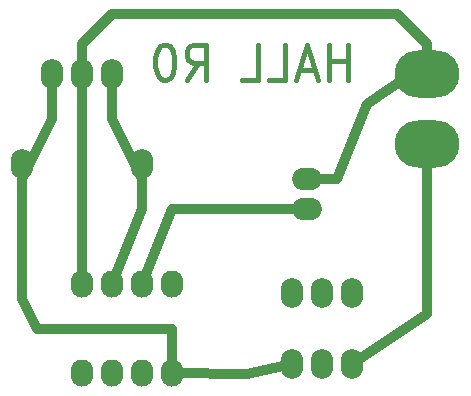
<source format=gbr>
G04 #@! TF.GenerationSoftware,KiCad,Pcbnew,(5.1.5-0)*
G04 #@! TF.CreationDate,2020-01-22T15:03:36-08:00*
G04 #@! TF.ProjectId,pcb_WslotPLAY,7063625f-5773-46c6-9f74-504c41592e6b,0*
G04 #@! TF.SameCoordinates,PX31a8670PY4fefde0*
G04 #@! TF.FileFunction,Copper,L2,Bot*
G04 #@! TF.FilePolarity,Positive*
%FSLAX46Y46*%
G04 Gerber Fmt 4.6, Leading zero omitted, Abs format (unit mm)*
G04 Created by KiCad (PCBNEW (5.1.5-0)) date 2020-01-22 15:03:36*
%MOMM*%
%LPD*%
G04 APERTURE LIST*
%ADD10C,0.400000*%
%ADD11O,5.500000X4.000000*%
%ADD12O,1.900000X2.300000*%
%ADD13O,1.900000X2.500000*%
%ADD14O,2.500000X1.900000*%
%ADD15C,0.813000*%
G04 APERTURE END LIST*
D10*
X36411333Y28665658D02*
X36411333Y31665658D01*
X36411333Y30237086D02*
X34811333Y30237086D01*
X34811333Y28665658D02*
X34811333Y31665658D01*
X33611333Y29522800D02*
X32278000Y29522800D01*
X33878000Y28665658D02*
X32944666Y31665658D01*
X32011333Y28665658D01*
X29744666Y28665658D02*
X31078000Y28665658D01*
X31078000Y31665658D01*
X27478000Y28665658D02*
X28811333Y28665658D01*
X28811333Y31665658D01*
X22811333Y28665658D02*
X23744666Y30094229D01*
X24411333Y28665658D02*
X24411333Y31665658D01*
X23344666Y31665658D01*
X23078000Y31522800D01*
X22944666Y31379943D01*
X22811333Y31094229D01*
X22811333Y30665658D01*
X22944666Y30379943D01*
X23078000Y30237086D01*
X23344666Y30094229D01*
X24411333Y30094229D01*
X21078000Y31665658D02*
X20811333Y31665658D01*
X20544666Y31522800D01*
X20411333Y31379943D01*
X20278000Y31094229D01*
X20144666Y30522800D01*
X20144666Y29808515D01*
X20278000Y29237086D01*
X20411333Y28951372D01*
X20544666Y28808515D01*
X20811333Y28665658D01*
X21078000Y28665658D01*
X21344666Y28808515D01*
X21478000Y28951372D01*
X21611333Y29237086D01*
X21744666Y29808515D01*
X21744666Y30522800D01*
X21611333Y31094229D01*
X21478000Y31379943D01*
X21344666Y31522800D01*
X21078000Y31665658D01*
D11*
X43180000Y29210000D03*
X43180000Y23210000D03*
D12*
X13970000Y11380000D03*
X13970000Y3860000D03*
X16510000Y11380000D03*
X16510000Y3860000D03*
X19050000Y11380000D03*
X19050000Y3860000D03*
X21590000Y11380000D03*
X21590000Y3860000D03*
D13*
X36830000Y4620000D03*
X36830000Y10620000D03*
X34290000Y4620000D03*
X34290000Y10620000D03*
X31750000Y4620000D03*
X31750000Y10620000D03*
D14*
X33020000Y17780000D03*
X33020000Y20320000D03*
D13*
X8890000Y21590000D03*
X19050000Y21590000D03*
X11430000Y29210000D03*
X13970000Y29210000D03*
X16510000Y29210000D03*
D15*
X43180000Y28860000D02*
X43180000Y31750000D01*
X43180000Y31750000D02*
X40640000Y34290000D01*
X40640000Y34290000D02*
X16510000Y34290000D01*
X16510000Y34290000D02*
X13970000Y31750000D01*
X13970000Y31750000D02*
X13970000Y29210000D01*
X13970000Y29210000D02*
X13970000Y11380000D01*
X33020000Y20320000D02*
X35560000Y20320000D01*
X35560000Y20320000D02*
X38100000Y26670000D01*
X38100000Y26670000D02*
X43180000Y30130000D01*
X43180000Y22860000D02*
X43180000Y8890000D01*
X43180000Y8890000D02*
X36830000Y4620000D01*
X19050000Y11380000D02*
X21590000Y17780000D01*
X21590000Y17780000D02*
X33020000Y17780000D01*
X8890000Y20320000D02*
X11430000Y25400000D01*
X11430000Y25400000D02*
X11430000Y29210000D01*
X31750000Y4620000D02*
X27940000Y3810000D01*
X27940000Y3810000D02*
X21590000Y3860000D01*
X21590000Y3860000D02*
X21590000Y7620000D01*
X21590000Y7620000D02*
X10160000Y7620000D01*
X10160000Y7620000D02*
X8890000Y10160000D01*
X8890000Y10160000D02*
X8890000Y20320000D01*
X16510000Y29210000D02*
X16510000Y25400000D01*
X16510000Y25400000D02*
X19050000Y20320000D01*
X19050000Y20320000D02*
X19050000Y17780000D01*
X19050000Y17780000D02*
X16510000Y11380000D01*
M02*

</source>
